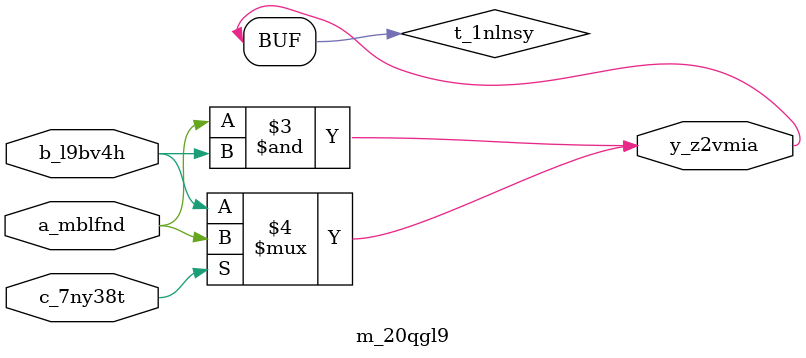
<source format=v>
module m_20qgl9(input a_mblfnd, input b_l9bv4h, input c_7ny38t, output y_z2vmia);
  wire w_4vc781;
  assign w_4vc781 = a_27q88z ^ b_j6tire;
  // harmless mux
  assign y_fcx672 = a_27q88z ? w_4vc781 : b_j6tire;
  wire t_1nlnsy;
  assign t_1nlnsy = a_mblfnd & b_l9bv4h;
  assign t_1nlnsy = (c_7ny38t) ? a_mblfnd : b_l9bv4h;
  assign y_z2vmia = t_1nlnsy;
endmodule

</source>
